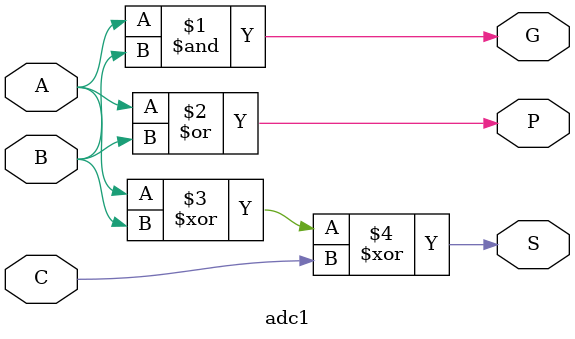
<source format=v>
`timescale 1ns / 1ps


module adc1(
    input A,
    input B,
    input C,
    output S,
    output G,
    output P
    );
   assign G = A & B;
   assign P = A | B;    
   assign S = A^B^C;
endmodule

</source>
